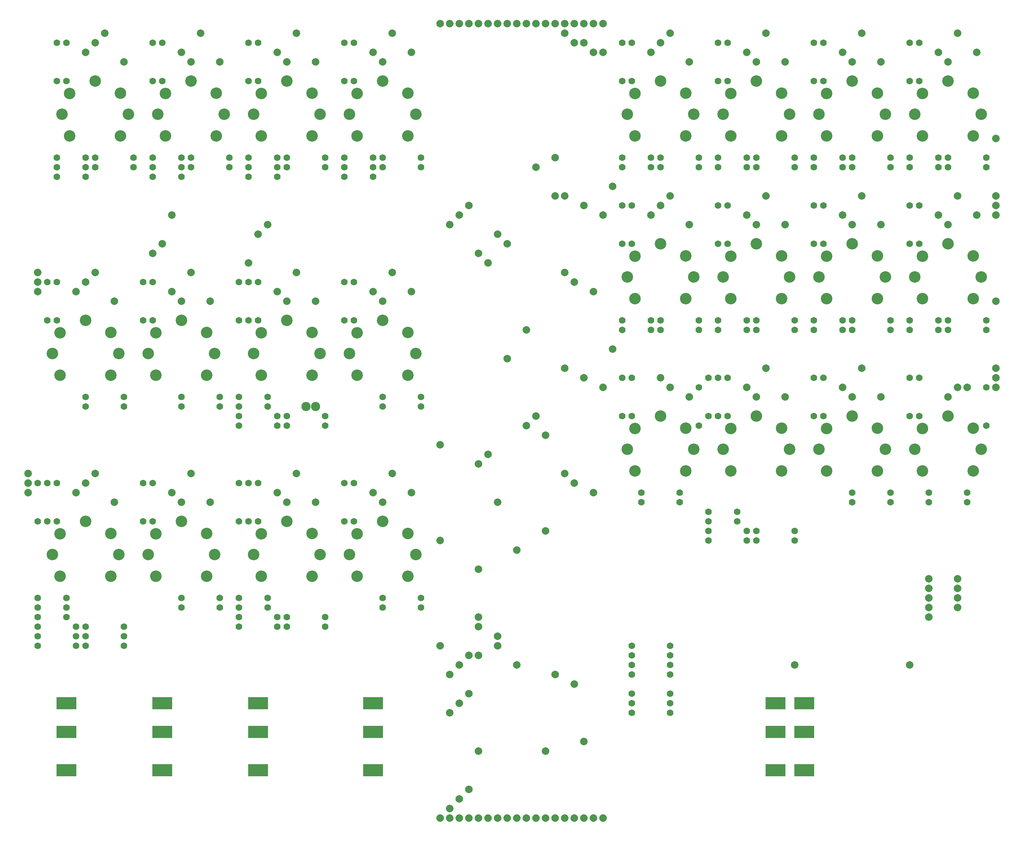
<source format=gbr>
G04 DesignSpark PCB Gerber Version 11.0 Build 5877*
G04 #@! TF.Part,Single*
G04 #@! TF.FileFunction,Soldermask,Top*
G04 #@! TF.FilePolarity,Negative*
%FSLAX35Y35*%
%MOIN*%
G04 #@! TA.AperFunction,ComponentPad*
%ADD27C,0.07000*%
G04 #@! TA.AperFunction,WasherPad*
%ADD25C,0.07890*%
G04 #@! TA.AperFunction,ComponentPad*
%ADD72C,0.09661*%
G04 #@! TA.AperFunction,WasherPad*
%ADD24C,0.12024*%
%ADD26R,0.20685X0.12811*%
G04 #@! TD.AperFunction*
X0Y0D02*
D02*
D24*
X45604Y445604D03*
Y655604D03*
X53478Y423163D03*
Y467258D03*
Y633163D03*
Y677258D03*
X55604Y905604D03*
X63478Y883163D03*
Y927258D03*
X80250Y480250D03*
Y690250D03*
X90250Y940250D03*
X106628Y423163D03*
Y467652D03*
Y633163D03*
Y677652D03*
X114896Y445604D03*
Y655604D03*
X116628Y883163D03*
Y927652D03*
X124896Y905604D03*
X145604Y445604D03*
Y655604D03*
X153478Y423163D03*
Y467258D03*
Y633163D03*
Y677258D03*
X155604Y905604D03*
X163478Y883163D03*
Y927258D03*
X180250Y480250D03*
Y690250D03*
X190250Y940250D03*
X206628Y423163D03*
Y467652D03*
Y633163D03*
Y677652D03*
X214896Y445604D03*
Y655604D03*
X216628Y883163D03*
Y927652D03*
X224896Y905604D03*
X255604Y445604D03*
Y655604D03*
Y905604D03*
X263478Y423163D03*
Y467258D03*
Y633163D03*
Y677258D03*
Y883163D03*
Y927258D03*
X290250Y480250D03*
Y690250D03*
Y940250D03*
X316628Y423163D03*
Y467652D03*
Y633163D03*
Y677652D03*
Y883163D03*
Y927652D03*
X324896Y445604D03*
Y655604D03*
Y905604D03*
X355604Y445604D03*
Y655604D03*
Y905604D03*
X363478Y423163D03*
Y467258D03*
Y633163D03*
Y677258D03*
Y883163D03*
Y927258D03*
X390250Y480250D03*
Y690250D03*
Y940250D03*
X416628Y423163D03*
Y467652D03*
Y633163D03*
Y677652D03*
Y883163D03*
Y927652D03*
X424896Y445604D03*
Y655604D03*
Y905604D03*
X645604Y555604D03*
Y735604D03*
Y905604D03*
X653478Y533163D03*
Y577258D03*
Y713163D03*
Y757258D03*
Y883163D03*
Y927258D03*
X680250Y590250D03*
Y770250D03*
Y940250D03*
X706628Y533163D03*
Y577652D03*
Y713163D03*
Y757652D03*
Y883163D03*
Y927652D03*
X714896Y555604D03*
Y735604D03*
Y905604D03*
X745604Y555604D03*
Y735604D03*
Y905604D03*
X753478Y533163D03*
Y577258D03*
Y713163D03*
Y757258D03*
Y883163D03*
Y927258D03*
X780250Y590250D03*
Y770250D03*
Y940250D03*
X806628Y533163D03*
Y577652D03*
Y713163D03*
Y757652D03*
Y883163D03*
Y927652D03*
X814896Y555604D03*
Y735604D03*
Y905604D03*
X845604Y555604D03*
Y735604D03*
Y905604D03*
X853478Y533163D03*
Y577258D03*
Y713163D03*
Y757258D03*
Y883163D03*
Y927258D03*
X880250Y590250D03*
Y770250D03*
Y940250D03*
X906628Y533163D03*
Y577652D03*
Y713163D03*
Y757652D03*
Y883163D03*
Y927652D03*
X914896Y555604D03*
Y735604D03*
Y905604D03*
X945604Y555604D03*
Y735604D03*
Y905604D03*
X953478Y533163D03*
Y577258D03*
Y713163D03*
Y757258D03*
Y883163D03*
Y927258D03*
X980250Y590250D03*
Y770250D03*
Y940250D03*
X1006628Y533163D03*
Y577652D03*
Y713163D03*
Y757652D03*
Y883163D03*
Y927652D03*
X1014896Y555604D03*
Y735604D03*
Y905604D03*
D02*
D25*
X20250Y510250D03*
Y520250D03*
Y530250D03*
X30250Y720250D03*
Y730250D03*
Y740250D03*
X70250Y510250D03*
Y720250D03*
X80250Y520250D03*
Y730250D03*
Y970250D03*
X90250Y530250D03*
Y740250D03*
Y980250D03*
X100250Y990250D03*
X110250Y500250D03*
Y710250D03*
X120250Y960250D03*
X150250Y760250D03*
X160250Y770250D03*
X170250Y510250D03*
Y720250D03*
Y800250D03*
X180250Y500250D03*
Y710250D03*
Y970250D03*
X190250Y530250D03*
Y740250D03*
Y960250D03*
X200250Y990250D03*
X210250Y500250D03*
Y710250D03*
X220250Y960250D03*
X250250Y750250D03*
X260250Y780250D03*
X270250Y790250D03*
X280250Y510250D03*
Y720250D03*
Y970250D03*
X290250Y500250D03*
Y710250D03*
Y960250D03*
X300250Y530250D03*
Y740250D03*
Y990250D03*
X320250Y500250D03*
Y710250D03*
Y960250D03*
X380250Y510250D03*
Y720250D03*
Y970250D03*
X390250Y500250D03*
Y710250D03*
Y960250D03*
X400250Y530250D03*
Y740250D03*
Y990250D03*
X420250Y510250D03*
Y720250D03*
Y970250D03*
X450250Y170250D03*
Y350250D03*
Y460250D03*
Y560250D03*
Y1000250D03*
X460250Y170250D03*
Y180250D03*
Y280250D03*
Y320250D03*
Y790250D03*
Y1000250D03*
X470250Y170250D03*
Y190250D03*
Y290250D03*
Y330250D03*
Y800250D03*
Y1000250D03*
X480250Y170250D03*
Y200250D03*
Y300250D03*
Y340250D03*
Y810250D03*
Y1000250D03*
X490250Y170250D03*
Y240250D03*
Y340250D03*
Y370250D03*
Y380250D03*
Y430250D03*
Y540250D03*
Y760250D03*
Y1000250D03*
X500250Y170250D03*
Y550250D03*
Y750250D03*
Y1000250D03*
X510250Y170250D03*
Y350250D03*
Y360250D03*
Y500250D03*
Y780250D03*
Y1000250D03*
X520250Y170250D03*
Y650250D03*
Y770250D03*
Y1000250D03*
X530250Y170250D03*
Y330250D03*
Y450250D03*
Y1000250D03*
X540250Y170250D03*
Y580250D03*
Y680250D03*
Y1000250D03*
X550250Y170250D03*
Y590250D03*
Y850250D03*
Y1000250D03*
X560250Y170250D03*
Y240250D03*
Y470250D03*
Y570250D03*
Y1000250D03*
X570250Y170250D03*
Y320250D03*
Y820250D03*
Y860250D03*
Y1000250D03*
X580250Y170250D03*
Y530250D03*
Y640250D03*
Y740250D03*
Y820250D03*
Y990250D03*
Y1000250D03*
X590250Y170250D03*
Y310250D03*
Y520250D03*
Y730250D03*
Y980250D03*
Y1000250D03*
X600250Y170250D03*
Y250250D03*
Y630250D03*
Y810250D03*
Y980250D03*
Y1000250D03*
X610250Y170250D03*
Y510250D03*
Y720250D03*
Y970250D03*
Y1000250D03*
X620250Y170250D03*
Y620250D03*
Y800250D03*
Y970250D03*
Y1000250D03*
X630250Y660250D03*
Y830250D03*
X670250Y800250D03*
Y970250D03*
X680250Y630250D03*
Y810250D03*
Y980250D03*
X690250Y620250D03*
Y820250D03*
Y990250D03*
X710250Y610250D03*
Y790250D03*
Y960250D03*
X770250Y620250D03*
Y800250D03*
Y970250D03*
X780250Y610250D03*
Y790250D03*
Y960250D03*
X790250Y640250D03*
Y820250D03*
Y990250D03*
X810250Y610250D03*
Y790250D03*
Y960250D03*
X820250Y330250D03*
X870250Y620250D03*
Y800250D03*
Y970250D03*
X880250Y610250D03*
Y790250D03*
Y960250D03*
X890250Y640250D03*
Y820250D03*
Y990250D03*
X910250Y610250D03*
Y790250D03*
Y960250D03*
X940250Y330250D03*
X960250Y380250D03*
Y390250D03*
Y400250D03*
Y410250D03*
Y420250D03*
X970250Y800250D03*
Y970250D03*
X980250Y610250D03*
Y790250D03*
Y960250D03*
X990250Y390250D03*
Y400250D03*
Y410250D03*
Y420250D03*
Y620250D03*
Y820250D03*
Y990250D03*
X1000250Y620250D03*
X1010250Y800250D03*
Y970250D03*
X1030250Y620250D03*
Y630250D03*
Y640250D03*
Y710250D03*
Y800250D03*
Y810250D03*
Y820250D03*
Y880250D03*
D02*
D26*
X60250Y220250D03*
Y260250D03*
Y290250D03*
X160250Y220250D03*
Y260250D03*
Y290250D03*
X260250Y220250D03*
Y260250D03*
Y290250D03*
X380250Y220250D03*
Y260250D03*
Y290250D03*
X800250Y220250D03*
Y260250D03*
Y290250D03*
X830250Y220250D03*
Y260250D03*
Y290250D03*
D02*
D27*
X30250Y350250D03*
Y360250D03*
Y370250D03*
Y380250D03*
Y390250D03*
Y400250D03*
Y480250D03*
Y520250D03*
X40250Y480250D03*
Y520250D03*
Y690250D03*
Y730250D03*
X50250Y480250D03*
Y520250D03*
Y690250D03*
Y730250D03*
Y840250D03*
Y850250D03*
Y860250D03*
Y940250D03*
Y980250D03*
X60250Y380250D03*
Y390250D03*
Y400250D03*
Y940250D03*
Y980250D03*
X70250Y350250D03*
Y360250D03*
Y370250D03*
X80250Y350250D03*
Y360250D03*
Y370250D03*
Y600250D03*
Y610250D03*
Y840250D03*
Y850250D03*
Y860250D03*
X90250Y850250D03*
Y860250D03*
X120250Y350250D03*
Y360250D03*
Y370250D03*
Y600250D03*
Y610250D03*
X130250Y850250D03*
Y860250D03*
X140250Y480250D03*
Y520250D03*
Y690250D03*
Y730250D03*
X150250Y480250D03*
Y520250D03*
Y690250D03*
Y730250D03*
Y840250D03*
Y850250D03*
Y860250D03*
Y940250D03*
Y980250D03*
X160250Y940250D03*
Y980250D03*
X180250Y390250D03*
Y400250D03*
Y600250D03*
Y610250D03*
Y840250D03*
Y850250D03*
Y860250D03*
X190250Y850250D03*
Y860250D03*
X220250Y390250D03*
Y400250D03*
Y600250D03*
Y610250D03*
X230250Y850250D03*
Y860250D03*
X240250Y370250D03*
Y380250D03*
Y390250D03*
Y400250D03*
Y480250D03*
Y520250D03*
Y580250D03*
Y590250D03*
Y600250D03*
Y610250D03*
Y690250D03*
Y730250D03*
X250250Y480250D03*
Y520250D03*
Y690250D03*
Y730250D03*
Y840250D03*
Y850250D03*
Y860250D03*
Y940250D03*
Y980250D03*
X260250Y480250D03*
Y520250D03*
Y690250D03*
Y730250D03*
Y940250D03*
Y980250D03*
X270250Y390250D03*
Y400250D03*
Y600250D03*
Y610250D03*
X280250Y370250D03*
Y380250D03*
Y580250D03*
Y590250D03*
Y840250D03*
Y850250D03*
Y860250D03*
X290250Y370250D03*
Y380250D03*
Y580250D03*
Y590250D03*
Y850250D03*
Y860250D03*
X330250Y370250D03*
Y380250D03*
Y580250D03*
Y590250D03*
Y850250D03*
Y860250D03*
X350250Y480250D03*
Y520250D03*
Y690250D03*
Y730250D03*
Y840250D03*
Y850250D03*
Y860250D03*
Y940250D03*
Y980250D03*
X360250Y480250D03*
Y520250D03*
Y690250D03*
Y730250D03*
Y940250D03*
Y980250D03*
X380250Y840250D03*
Y850250D03*
Y860250D03*
X390250Y390250D03*
Y400250D03*
Y600250D03*
Y610250D03*
Y850250D03*
Y860250D03*
X430250Y390250D03*
Y400250D03*
Y600250D03*
Y610250D03*
Y850250D03*
Y860250D03*
X640250Y590250D03*
Y630250D03*
Y680250D03*
Y690250D03*
Y770250D03*
Y810250D03*
Y850250D03*
Y860250D03*
Y940250D03*
Y980250D03*
X650250Y280250D03*
Y290250D03*
Y300250D03*
Y320250D03*
Y330250D03*
Y340250D03*
Y350250D03*
Y590250D03*
Y630250D03*
Y770250D03*
Y810250D03*
Y940250D03*
Y980250D03*
X660250Y500250D03*
Y510250D03*
X670250Y680250D03*
Y690250D03*
Y850250D03*
Y860250D03*
X680250Y680250D03*
Y690250D03*
Y850250D03*
Y860250D03*
X690250Y280250D03*
Y290250D03*
Y300250D03*
Y320250D03*
Y330250D03*
Y340250D03*
Y350250D03*
X700250Y500250D03*
Y510250D03*
X720250Y580250D03*
Y620250D03*
Y680250D03*
Y690250D03*
Y850250D03*
Y860250D03*
X730250Y460250D03*
Y470250D03*
Y480250D03*
Y490250D03*
Y590250D03*
Y630250D03*
X740250Y590250D03*
Y630250D03*
Y680250D03*
Y690250D03*
Y770250D03*
Y810250D03*
Y850250D03*
Y860250D03*
Y940250D03*
Y980250D03*
X750250Y590250D03*
Y630250D03*
Y770250D03*
Y810250D03*
Y940250D03*
Y980250D03*
X760250Y480250D03*
Y490250D03*
X770250Y460250D03*
Y470250D03*
Y680250D03*
Y690250D03*
Y850250D03*
Y860250D03*
X780250Y460250D03*
Y470250D03*
Y680250D03*
Y690250D03*
Y850250D03*
Y860250D03*
X820250Y460250D03*
Y470250D03*
Y680250D03*
Y690250D03*
Y850250D03*
Y860250D03*
X840250Y590250D03*
Y630250D03*
Y680250D03*
Y690250D03*
Y770250D03*
Y810250D03*
Y850250D03*
Y860250D03*
Y940250D03*
Y980250D03*
X850250Y590250D03*
Y630250D03*
Y770250D03*
Y810250D03*
Y940250D03*
Y980250D03*
X870250Y680250D03*
Y690250D03*
Y850250D03*
Y860250D03*
X880250Y500250D03*
Y510250D03*
Y680250D03*
Y690250D03*
Y850250D03*
Y860250D03*
X920250Y500250D03*
Y510250D03*
Y680250D03*
Y690250D03*
Y850250D03*
Y860250D03*
X940250Y590250D03*
Y630250D03*
Y680250D03*
Y690250D03*
Y770250D03*
Y810250D03*
Y850250D03*
Y860250D03*
Y940250D03*
Y980250D03*
X950250Y590250D03*
Y630250D03*
Y770250D03*
Y810250D03*
Y940250D03*
Y980250D03*
X960250Y500250D03*
Y510250D03*
X970250Y680250D03*
Y690250D03*
Y850250D03*
Y860250D03*
X980250Y680250D03*
Y690250D03*
Y850250D03*
Y860250D03*
X1000250Y500250D03*
Y510250D03*
X1020250Y580250D03*
Y620250D03*
Y680250D03*
Y690250D03*
Y850250D03*
Y860250D03*
D02*
D72*
X310250Y600250D03*
X320250D03*
X0Y0D02*
M02*

</source>
